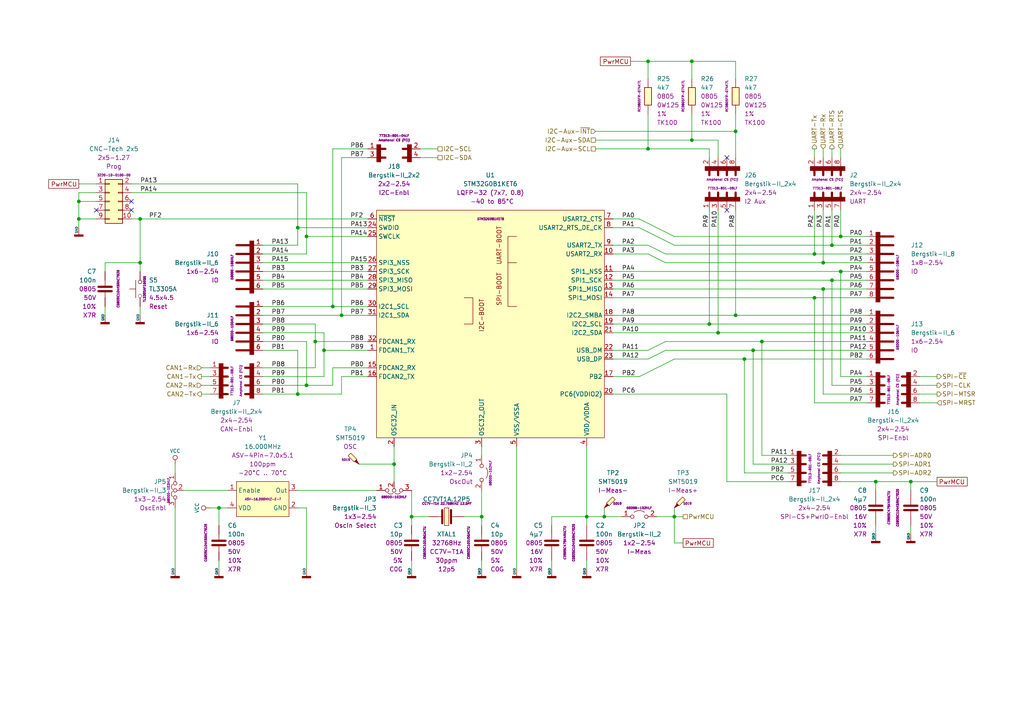
<source format=kicad_sch>
(kicad_sch (version 20211123) (generator eeschema)
  (paper "A4")
  (junction (at 215.9 104.14))
  (junction (at 241.3 71.12))
  (junction (at 22.86 63.5))
  (junction (at 88.9 68.58))
  (junction (at 208.28 96.52))
  (junction (at 218.44 101.6))
  (junction (at 238.76 76.2))
  (junction (at 236.22 73.66))
  (junction (at 40.64 76.2))
  (junction (at 22.86 58.42))
  (junction (at 139.7 149.86))
  (junction (at 175.26 149.86))
  (junction (at 40.64 63.5))
  (junction (at 187.96 43.18))
  (junction (at 200.66 40.64))
  (junction (at 86.36 114.3))
  (junction (at 243.84 78.74))
  (junction (at 96.52 88.9))
  (junction (at 63.5 147.32))
  (junction (at 86.36 66.04))
  (junction (at 213.36 91.44))
  (junction (at 241.3 81.28))
  (junction (at 200.66 17.78))
  (junction (at 99.06 91.44))
  (junction (at 91.44 99.06))
  (junction (at 264.16 139.7))
  (junction (at 88.9 111.76))
  (junction (at 195.58 149.86))
  (junction (at 213.36 38.1))
  (junction (at 254 139.7))
  (junction (at 220.98 99.06))
  (junction (at 93.98 101.6))
  (junction (at 243.84 68.58))
  (junction (at 114.3 134.62))
  (junction (at 205.74 93.98))
  (junction (at 119.38 149.86))
  (junction (at 236.22 86.36))
  (junction (at 238.76 83.82))
  (junction (at 187.96 17.78))
  (junction (at 170.18 149.86))
  (no_connect (at 210.82 45.72))
  (no_connect (at 210.82 60.96))
  (no_connect (at 38.1 60.96))
  (no_connect (at 38.1 58.42))
  (no_connect (at 27.94 60.96))
  (wire (pts (xy 236.22 116.84) (xy 236.22 86.36)))
  (wire (pts (xy 40.64 63.5) (xy 106.68 63.5)))
  (wire (pts (xy 271.78 114.3) (xy 266.7 114.3)))
  (wire (pts (xy 177.8 66.04) (xy 185.42 66.04)))
  (wire (pts (xy 50.8 165.1) (xy 50.8 147.32)))
  (wire (pts (xy 88.9 68.58) (xy 106.68 68.58)))
  (wire (pts (xy 241.3 111.76) (xy 241.3 81.28)))
  (wire (pts (xy 177.8 71.12) (xy 187.96 71.12)))
  (wire (pts (xy 205.74 60.96) (xy 205.74 93.98)))
  (wire (pts (xy 76.2 99.06) (xy 88.9 99.06)))
  (wire (pts (xy 76.2 111.76) (xy 88.9 111.76)))
  (wire (pts (xy 238.76 43.18) (xy 238.76 45.72)))
  (wire (pts (xy 88.9 147.32) (xy 86.36 147.32)))
  (wire (pts (xy 193.04 99.06) (xy 220.98 99.06)))
  (wire (pts (xy 134.62 149.86) (xy 139.7 149.86)))
  (wire (pts (xy 53.34 142.24) (xy 66.04 142.24)))
  (wire (pts (xy 99.06 114.3) (xy 99.06 109.22)))
  (wire (pts (xy 63.5 147.32) (xy 66.04 147.32)))
  (wire (pts (xy 243.84 109.22) (xy 243.84 78.74)))
  (wire (pts (xy 228.6 132.08) (xy 220.98 132.08)))
  (wire (pts (xy 170.18 152.4) (xy 170.18 149.86)))
  (wire (pts (xy 93.98 109.22) (xy 93.98 101.6)))
  (wire (pts (xy 40.64 63.5) (xy 40.64 76.2)))
  (wire (pts (xy 243.84 60.96) (xy 243.84 68.58)))
  (wire (pts (xy 99.06 109.22) (xy 106.68 109.22)))
  (wire (pts (xy 119.38 165.1) (xy 119.38 162.56)))
  (wire (pts (xy 195.58 71.12) (xy 241.3 71.12)))
  (wire (pts (xy 60.96 106.68) (xy 58.42 106.68)))
  (wire (pts (xy 170.18 165.1) (xy 170.18 162.56)))
  (wire (pts (xy 91.44 93.98) (xy 91.44 99.06)))
  (wire (pts (xy 106.68 45.72) (xy 99.06 45.72)))
  (wire (pts (xy 210.82 114.3) (xy 210.82 139.7)))
  (wire (pts (xy 241.3 60.96) (xy 241.3 71.12)))
  (wire (pts (xy 40.64 63.5) (xy 38.1 63.5)))
  (wire (pts (xy 218.44 134.62) (xy 218.44 101.6)))
  (wire (pts (xy 195.58 104.14) (xy 215.9 104.14)))
  (wire (pts (xy 63.5 165.1) (xy 63.5 162.56)))
  (wire (pts (xy 271.78 109.22) (xy 266.7 109.22)))
  (wire (pts (xy 38.1 53.34) (xy 86.36 53.34)))
  (wire (pts (xy 264.16 142.24) (xy 264.16 139.7)))
  (wire (pts (xy 86.36 66.04) (xy 106.68 66.04)))
  (wire (pts (xy 200.66 40.64) (xy 208.28 40.64)))
  (wire (pts (xy 177.8 91.44) (xy 213.36 91.44)))
  (wire (pts (xy 185.42 109.22) (xy 195.58 104.14)))
  (wire (pts (xy 139.7 165.1) (xy 139.7 162.56)))
  (wire (pts (xy 177.8 104.14) (xy 187.96 104.14)))
  (wire (pts (xy 243.84 78.74) (xy 251.46 78.74)))
  (wire (pts (xy 213.36 91.44) (xy 251.46 91.44)))
  (wire (pts (xy 177.8 73.66) (xy 187.96 73.66)))
  (wire (pts (xy 271.78 111.76) (xy 266.7 111.76)))
  (wire (pts (xy 241.3 43.18) (xy 241.3 45.72)))
  (wire (pts (xy 177.8 63.5) (xy 185.42 63.5)))
  (wire (pts (xy 251.46 114.3) (xy 238.76 114.3)))
  (wire (pts (xy 177.8 78.74) (xy 243.84 78.74)))
  (wire (pts (xy 213.36 45.72) (xy 213.36 38.1)))
  (wire (pts (xy 172.72 40.64) (xy 200.66 40.64)))
  (wire (pts (xy 106.68 91.44) (xy 99.06 91.44)))
  (wire (pts (xy 177.8 96.52) (xy 208.28 96.52)))
  (wire (pts (xy 213.36 60.96) (xy 213.36 91.44)))
  (wire (pts (xy 30.48 91.44) (xy 30.48 88.9)))
  (wire (pts (xy 187.96 22.86) (xy 187.96 17.78)))
  (wire (pts (xy 124.46 149.86) (xy 119.38 149.86)))
  (wire (pts (xy 241.3 71.12) (xy 251.46 71.12)))
  (wire (pts (xy 195.58 68.58) (xy 243.84 68.58)))
  (wire (pts (xy 243.84 139.7) (xy 254 139.7)))
  (wire (pts (xy 104.14 134.62) (xy 114.3 134.62)))
  (wire (pts (xy 177.8 83.82) (xy 238.76 83.82)))
  (wire (pts (xy 236.22 60.96) (xy 236.22 73.66)))
  (wire (pts (xy 106.68 88.9) (xy 96.52 88.9)))
  (wire (pts (xy 210.82 139.7) (xy 228.6 139.7)))
  (wire (pts (xy 175.26 149.86) (xy 180.34 149.86)))
  (wire (pts (xy 193.04 76.2) (xy 238.76 76.2)))
  (wire (pts (xy 76.2 93.98) (xy 91.44 93.98)))
  (wire (pts (xy 177.8 86.36) (xy 236.22 86.36)))
  (wire (pts (xy 172.72 43.18) (xy 187.96 43.18)))
  (wire (pts (xy 86.36 71.12) (xy 86.36 66.04)))
  (wire (pts (xy 170.18 129.54) (xy 170.18 149.86)))
  (wire (pts (xy 187.96 17.78) (xy 182.88 17.78)))
  (wire (pts (xy 238.76 76.2) (xy 251.46 76.2)))
  (wire (pts (xy 200.66 22.86) (xy 200.66 17.78)))
  (wire (pts (xy 193.04 101.6) (xy 218.44 101.6)))
  (wire (pts (xy 88.9 73.66) (xy 88.9 68.58)))
  (wire (pts (xy 96.52 43.18) (xy 96.52 88.9)))
  (wire (pts (xy 30.48 78.74) (xy 30.48 76.2)))
  (wire (pts (xy 86.36 142.24) (xy 109.22 142.24)))
  (wire (pts (xy 193.04 73.66) (xy 236.22 73.66)))
  (wire (pts (xy 106.68 43.18) (xy 96.52 43.18)))
  (wire (pts (xy 177.8 93.98) (xy 205.74 93.98)))
  (wire (pts (xy 254 154.94) (xy 254 152.4)))
  (wire (pts (xy 86.36 114.3) (xy 99.06 114.3)))
  (wire (pts (xy 139.7 142.24) (xy 139.7 149.86)))
  (wire (pts (xy 241.3 81.28) (xy 251.46 81.28)))
  (wire (pts (xy 187.96 73.66) (xy 193.04 76.2)))
  (wire (pts (xy 91.44 106.68) (xy 91.44 99.06)))
  (wire (pts (xy 172.72 38.1) (xy 213.36 38.1)))
  (wire (pts (xy 88.9 99.06) (xy 88.9 111.76)))
  (wire (pts (xy 106.68 81.28) (xy 76.2 81.28)))
  (wire (pts (xy 27.94 58.42) (xy 22.86 58.42)))
  (wire (pts (xy 119.38 152.4) (xy 119.38 149.86)))
  (wire (pts (xy 160.02 152.4) (xy 160.02 149.86)))
  (wire (pts (xy 27.94 63.5) (xy 22.86 63.5)))
  (wire (pts (xy 160.02 165.1) (xy 160.02 162.56)))
  (wire (pts (xy 208.28 45.72) (xy 208.28 40.64)))
  (wire (pts (xy 271.78 139.7) (xy 264.16 139.7)))
  (wire (pts (xy 271.78 116.84) (xy 266.7 116.84)))
  (wire (pts (xy 91.44 99.06) (xy 106.68 99.06)))
  (wire (pts (xy 127 43.18) (xy 121.92 43.18)))
  (wire (pts (xy 259.08 134.62) (xy 243.84 134.62)))
  (wire (pts (xy 22.86 66.04) (xy 22.86 63.5)))
  (wire (pts (xy 50.8 137.16) (xy 50.8 134.62)))
  (wire (pts (xy 177.8 114.3) (xy 210.82 114.3)))
  (wire (pts (xy 63.5 152.4) (xy 63.5 147.32)))
  (wire (pts (xy 76.2 101.6) (xy 86.36 101.6)))
  (wire (pts (xy 195.58 157.48) (xy 195.58 149.86)))
  (wire (pts (xy 259.08 132.08) (xy 243.84 132.08)))
  (wire (pts (xy 236.22 86.36) (xy 251.46 86.36)))
  (wire (pts (xy 228.6 137.16) (xy 215.9 137.16)))
  (wire (pts (xy 215.9 137.16) (xy 215.9 104.14)))
  (wire (pts (xy 40.64 91.44) (xy 40.64 88.9)))
  (wire (pts (xy 213.36 22.86) (xy 213.36 17.78)))
  (wire (pts (xy 76.2 96.52) (xy 93.98 96.52)))
  (wire (pts (xy 185.42 63.5) (xy 195.58 68.58)))
  (wire (pts (xy 93.98 101.6) (xy 106.68 101.6)))
  (wire (pts (xy 220.98 132.08) (xy 220.98 99.06)))
  (wire (pts (xy 99.06 91.44) (xy 76.2 91.44)))
  (wire (pts (xy 88.9 55.88) (xy 88.9 68.58)))
  (wire (pts (xy 187.96 104.14) (xy 193.04 101.6)))
  (wire (pts (xy 238.76 60.96) (xy 238.76 76.2)))
  (wire (pts (xy 114.3 139.7) (xy 114.3 134.62)))
  (wire (pts (xy 198.12 157.48) (xy 195.58 157.48)))
  (wire (pts (xy 236.22 43.18) (xy 236.22 45.72)))
  (wire (pts (xy 264.16 139.7) (xy 254 139.7)))
  (wire (pts (xy 60.96 147.32) (xy 63.5 147.32)))
  (wire (pts (xy 93.98 96.52) (xy 93.98 101.6)))
  (wire (pts (xy 175.26 147.32) (xy 175.26 149.86)))
  (wire (pts (xy 251.46 109.22) (xy 243.84 109.22)))
  (wire (pts (xy 96.52 88.9) (xy 76.2 88.9)))
  (wire (pts (xy 208.28 60.96) (xy 208.28 96.52)))
  (wire (pts (xy 60.96 109.22) (xy 58.42 109.22)))
  (wire (pts (xy 114.3 134.62) (xy 114.3 129.54)))
  (wire (pts (xy 60.96 111.76) (xy 58.42 111.76)))
  (wire (pts (xy 195.58 149.86) (xy 198.12 149.86)))
  (wire (pts (xy 38.1 55.88) (xy 88.9 55.88)))
  (wire (pts (xy 264.16 154.94) (xy 264.16 152.4)))
  (wire (pts (xy 76.2 73.66) (xy 88.9 73.66)))
  (wire (pts (xy 254 142.24) (xy 254 139.7)))
  (wire (pts (xy 88.9 165.1) (xy 88.9 147.32)))
  (wire (pts (xy 99.06 45.72) (xy 99.06 91.44)))
  (wire (pts (xy 238.76 114.3) (xy 238.76 83.82)))
  (wire (pts (xy 187.96 33.02) (xy 187.96 43.18)))
  (wire (pts (xy 149.86 165.1) (xy 149.86 129.54)))
  (wire (pts (xy 220.98 99.06) (xy 251.46 99.06)))
  (wire (pts (xy 76.2 114.3) (xy 86.36 114.3)))
  (wire (pts (xy 205.74 93.98) (xy 251.46 93.98)))
  (wire (pts (xy 88.9 111.76) (xy 96.52 111.76)))
  (wire (pts (xy 40.64 78.74) (xy 40.64 76.2)))
  (wire (pts (xy 119.38 149.86) (xy 119.38 142.24)))
  (wire (pts (xy 213.36 17.78) (xy 200.66 17.78)))
  (wire (pts (xy 22.86 63.5) (xy 22.86 58.42)))
  (wire (pts (xy 76.2 106.68) (xy 91.44 106.68)))
  (wire (pts (xy 195.58 147.32) (xy 195.58 149.86)))
  (wire (pts (xy 177.8 81.28) (xy 241.3 81.28)))
  (wire (pts (xy 22.86 58.42) (xy 22.86 55.88)))
  (wire (pts (xy 243.84 68.58) (xy 251.46 68.58)))
  (wire (pts (xy 177.8 109.22) (xy 185.42 109.22)))
  (wire (pts (xy 106.68 83.82) (xy 76.2 83.82)))
  (wire (pts (xy 127 45.72) (xy 121.92 45.72)))
  (wire (pts (xy 86.36 101.6) (xy 86.36 114.3)))
  (wire (pts (xy 190.5 149.86) (xy 195.58 149.86)))
  (wire (pts (xy 86.36 53.34) (xy 86.36 66.04)))
  (wire (pts (xy 22.86 55.88) (xy 27.94 55.88)))
  (wire (pts (xy 170.18 149.86) (xy 175.26 149.86)))
  (wire (pts (xy 208.28 96.52) (xy 251.46 96.52)))
  (wire (pts (xy 185.42 66.04) (xy 195.58 71.12)))
  (wire (pts (xy 187.96 101.6) (xy 193.04 99.06)))
  (wire (pts (xy 200.66 17.78) (xy 187.96 17.78)))
  (wire (pts (xy 22.86 53.34) (xy 27.94 53.34)))
  (wire (pts (xy 218.44 101.6) (xy 251.46 101.6)))
  (wire (pts (xy 160.02 149.86) (xy 170.18 149.86)))
  (wire (pts (xy 106.68 76.2) (xy 76.2 76.2)))
  (wire (pts (xy 76.2 109.22) (xy 93.98 109.22)))
  (wire (pts (xy 200.66 33.02) (xy 200.66 40.64)))
  (wire (pts (xy 205.74 45.72) (xy 205.74 43.18)))
  (wire (pts (xy 213.36 38.1) (xy 213.36 33.02)))
  (wire (pts (xy 228.6 134.62) (xy 218.44 134.62)))
  (wire (pts (xy 236.22 73.66) (xy 251.46 73.66)))
  (wire (pts (xy 139.7 132.08) (xy 139.7 129.54)))
  (wire (pts (xy 96.52 111.76) (xy 96.52 106.68)))
  (wire (pts (xy 106.68 78.74) (xy 76.2 78.74)))
  (wire (pts (xy 177.8 101.6) (xy 187.96 101.6)))
  (wire (pts (xy 238.76 83.82) (xy 251.46 83.82)))
  (wire (pts (xy 251.46 111.76) (xy 241.3 111.76)))
  (wire (pts (xy 139.7 152.4) (xy 139.7 149.86)))
  (wire (pts (xy 30.48 76.2) (xy 40.64 76.2)))
  (wire (pts (xy 76.2 71.12) (xy 86.36 71.12)))
  (wire (pts (xy 215.9 104.14) (xy 251.46 104.14)))
  (wire (pts (xy 187.96 71.12) (xy 193.04 73.66)))
  (wire (pts (xy 187.96 43.18) (xy 205.74 43.18)))
  (wire (pts (xy 259.08 137.16) (xy 243.84 137.16)))
  (wire (pts (xy 60.96 114.3) (xy 58.42 114.3)))
  (wire (pts (xy 243.84 43.18) (xy 243.84 45.72)))
  (wire (pts (xy 96.52 106.68) (xy 106.68 106.68)))
  (wire (pts (xy 251.46 116.84) (xy 236.22 116.84)))
  (label "PB2" (at 180.34 109.22 0))
  (label "PA14" (at 78.74 73.66 0))
  (label "PB1" (at 78.74 101.6 0))
  (label "PA9" (at 180.34 93.98 0))
  (label "PB8" (at 78.74 93.98 0))
  (label "PA7" (at 246.38 116.84 0))
  (label "PA5" (at 246.38 81.28 0))
  (label "PB4" (at 101.6 81.28 0))
  (label "PA5" (at 180.34 81.28 0))
  (label "PA1" (at 241.3 66.04 90))
  (label "PB0" (at 78.74 111.76 0))
  (label "PA14" (at 40.64 55.88 0))
  (label "PA6" (at 180.34 83.82 0))
  (label "PA4" (at 246.38 109.22 0))
  (label "PA7" (at 180.34 86.36 0))
  (label "PB1" (at 101.6 109.22 0))
  (label "PB9" (at 101.6 101.6 0))
  (label "PA2" (at 180.34 71.12 0))
  (label "PB4" (at 78.74 81.28 0))
  (label "PB0" (at 78.74 99.06 0))
  (label "PA0" (at 180.34 63.5 0))
  (label "PA15" (at 101.6 76.2 0))
  (label "PA2" (at 236.22 66.04 90))
  (label "PB8" (at 78.74 106.68 0))
  (label "PB2" (at 223.52 137.16 0))
  (label "PB7" (at 78.74 91.44 0))
  (label "PB6" (at 78.74 88.9 0))
  (label "PB9" (at 78.74 96.52 0))
  (label "PB7" (at 101.6 45.72 0))
  (label "PA4" (at 180.34 78.74 0))
  (label "PA8" (at 246.38 91.44 0))
  (label "PA13" (at 101.6 66.04 0))
  (label "PA13" (at 40.64 53.34 0))
  (label "PB2" (at 246.38 104.14 0))
  (label "PF2" (at 101.6 63.5 0))
  (label "PA13" (at 78.74 71.12 0))
  (label "PB0" (at 101.6 106.68 0))
  (label "PC6" (at 223.52 139.7 0))
  (label "PA5" (at 246.38 111.76 0))
  (label "PB3" (at 78.74 78.74 0))
  (label "PA12" (at 223.52 134.62 0))
  (label "PB6" (at 101.6 88.9 0))
  (label "PF2" (at 43.18 63.5 0))
  (label "PA6" (at 246.38 83.82 0))
  (label "PA1" (at 246.38 71.12 0))
  (label "PB9" (at 78.74 109.22 0))
  (label "PA9" (at 246.38 93.98 0))
  (label "PA9" (at 205.74 66.04 90))
  (label "PA11" (at 180.34 101.6 0))
  (label "PB5" (at 78.74 83.82 0))
  (label "PA8" (at 213.36 66.04 90))
  (label "PA12" (at 246.38 101.6 0))
  (label "PB5" (at 101.6 83.82 0))
  (label "PA3" (at 238.76 66.04 90))
  (label "PB1" (at 78.74 114.3 0))
  (label "PA0" (at 243.84 66.04 90))
  (label "PA10" (at 246.38 96.52 0))
  (label "PA11" (at 223.52 132.08 0))
  (label "PA6" (at 246.38 114.3 0))
  (label "PA15" (at 78.74 76.2 0))
  (label "PA7" (at 246.38 86.36 0))
  (label "PA14" (at 101.6 68.58 0))
  (label "PA3" (at 180.34 73.66 0))
  (label "PA2" (at 246.38 73.66 0))
  (label "PA10" (at 180.34 96.52 0))
  (label "PA8" (at 180.34 91.44 0))
  (label "PA12" (at 180.34 104.14 0))
  (label "PB7" (at 101.6 91.44 0))
  (label "PA3" (at 246.38 76.2 0))
  (label "PC6" (at 180.34 114.3 0))
  (label "PA4" (at 246.38 78.74 0))
  (label "PB3" (at 101.6 78.74 0))
  (label "PA10" (at 208.28 66.04 90))
  (label "PA0" (at 246.38 68.58 0))
  (label "PB8" (at 101.6 99.06 0))
  (label "PB6" (at 101.6 43.18 0))
  (label "PA11" (at 246.38 99.06 0))
  (label "PA1" (at 180.34 66.04 0))
  (global_label "PwrMCU" (shape passive) (at 182.88 17.78 180) (property "Referenzen zwischen Schaltplänen" "${INTERSHEET_REFS}" (effects hide)))
  (global_label "PwrMCU" (shape passive) (at 198.12 157.48 0) (property "Referenzen zwischen Schaltplänen" "${INTERSHEET_REFS}" (effects hide)))
  (global_label "PwrMCU" (shape passive) (at 271.78 139.7 0) (property "Referenzen zwischen Schaltplänen" "${INTERSHEET_REFS}" (effects hide)))
  (global_label "PwrMCU" (shape passive) (at 22.86 53.34 180) (property "Referenzen zwischen Schaltplänen" "${INTERSHEET_REFS}" (effects hide)))
  (hierarchical_label "UART-RTS" (shape output) (at 241.3 43.18 90))
  (hierarchical_label "SPI-ADR1" (shape output) (at 259.08 134.62 0))
  (hierarchical_label "PwrMCU" (shape passive) (at 198.12 149.86 0))
  (hierarchical_label "CAN2-Rx" (shape input) (at 58.42 111.76 180))
  (hierarchical_label "UART-Tx" (shape output) (at 236.22 43.18 90))
  (hierarchical_label "I2C-Aux-SDA" (shape passive) (at 172.72 40.64 180))
  (hierarchical_label "SPI-ADR2" (shape output) (at 259.08 137.16 0))
  (hierarchical_label "CAN2-Tx" (shape output) (at 58.42 114.3 180))
  (hierarchical_label "CAN1-Tx" (shape output) (at 58.42 109.22 180))
  (hierarchical_label "SPI-CLK" (shape output) (at 271.78 111.76 0))
  (hierarchical_label "SPI-MRST" (shape input) (at 271.78 116.84 0))
  (hierarchical_label "I2C-Aux-SCL" (shape passive) (at 172.72 43.18 180))
  (hierarchical_label "I2C-SCL" (shape passive) (at 127 43.18 0))
  (hierarchical_label "SPI-ADR0" (shape output) (at 259.08 132.08 0))
  (hierarchical_label "I2C-SDA" (shape passive) (at 127 45.72 0))
  (hierarchical_label "SPI-~{CE}" (shape output) (at 271.78 109.22 0))
  (hierarchical_label "UART-CTS" (shape input) (at 243.84 43.18 90))
  (hierarchical_label "I2C-Aux-~{INT}" (shape input) (at 172.72 38.1 180))
  (hierarchical_label "SPI-MTSR" (shape output) (at 271.78 114.3 0))
  (hierarchical_label "CAN1-Rx" (shape input) (at 58.42 106.68 180))
  (hierarchical_label "UART-Rx" (shape input) (at 238.76 43.18 90))
  (symbol (lib_id "C.Kemet.MLCC.0805.X7R:4µ7") (at 254 147.32 0) (mirror y) (unit 1)
    (property "Reference" "C8" (at 251.46 142.24 0) (effects (justify left)))
    (property "Value" "4µ7" (at 251.46 144.78 0) (effects (justify left)))
    (property "Footprint" "Capacitor_SMD:C_0805_2012Metric" (effects hide))
    (property "Datasheet" "C.Kemet.MLCC.0805.X7R.pdf" (effects hide))
    (property "Package" "0805" (at 251.46 147.32 0) (effects (justify left)))
    (property "Voltage" "16V" (at 251.46 149.86 0) (effects (justify left)))
    (property "Tolerance" "10%" (at 251.46 152.4 0) (effects (justify left)))
    (property "Dielectric" "X7R" (at 251.46 154.94 0) (effects (justify left)))
    (property "ID" "C0805C475K4RACTU" (at 257.81 147.32 90) (effects (font (size 0.635 0.635) italic)))
  )
  (symbol (lib_id "J.PinHeader:Bergstik-II_8") (at 256.54 76.2 0) (unit 1)
    (property "Reference" "J12" (at 264.16 71.12 0) (effects (justify left)))
    (property "Value" "Bergstik-II_8" (at 264.16 73.66 0) (effects (justify left)))
    (property "Footprint" "Connector_PinHeader_2.54mm:PinHeader_1x08_P2.54mm_Vertical" (effects hide))
    (property "Datasheet" "https://cdn.amphenol-icc.com/media/wysiwyg/files/drawing/68000.pdf?__cf_chl_jschl_tk__=76888e0c4b77714a02451006507dff9616ae91fb-1617547246-0-AZgVHTklj1ovfQpKhSBW6aDl9n2_k47NL_7qnK822WL_wqcHGiWCz91CjZOBqf-b3KvTnj9T7PTULe671le7ZTsqdgx7joq6xXN0VXyetEWU_l7NTTvYZnkPGZnRbloGt4cb3l9TbgGx3uAWsov7s8HvXsV-NW_vPMzyf5RNNbzLpFIBy5P_bJWbn1nuAEhr2Rn0hGTb7uuVN3cRGj2VTeFFN-E0xrJ0Cgh-mvjgJjE2xhk9ApTF-exJnps89Z7rHsttmJ7paraRq2urp27fnu470sx0-VqNcQ2agCBEDUNu0hfDy90Aqg7xMY0doOETxH3KKXAFdvKJSZPRsE1NoUCh2xHWgpQ4poCuzIlOJ3l_M22T5soIXV5jSIQkt8N2CyBO04nX51xihbt4ukVzxnqZfVTIU0hWxh-pFPLIMOkGEVPtsHV6Udfba4nluptWocprS_okNqVoHYK3qiZ7PnEsGFaZpBEyZEX0DJfh-oYv" (effects hide))
    (property "Package" "1x8-2.54" (at 264.16 76.2 0) (effects (justify left)))
    (property "Usage" "IO" (at 264.16 78.74 0) (effects (justify left)))
    (property "ID" "68000-108HLF" (at 260.35 77.47 90) (effects (font (size 0.635 0.635))))
  )
  (symbol (lib_id "Supply:GND") (at 254 154.94 0) (unit 1)
    (property "Reference" "#PWR022" (effects hide))
    (property "Value" "GND" (at 253.365 155.575 90) (effects (font (size 0.635 0.635))))
  )
  (symbol (lib_id "Supply:GND") (at 30.48 91.44 0) (unit 1)
    (property "Reference" "#PWR043" (effects hide))
    (property "Value" "GND" (at 29.845 92.075 90) (effects (font (size 0.635 0.635))))
  )
  (symbol (lib_id "J.PinHeader:Bergstik-II_2x4") (at 241.3 53.34 90) (unit 1)
    (property "Reference" "J2" (at 246.38 50.8 90) (effects (justify right)))
    (property "Value" "Bergstik-II_2x4" (at 246.38 53.34 90) (effects (justify right)))
    (property "Footprint" "Connector_PinHeader_2.54mm:PinHeader_2x04_P2.54mm_Vertical" (effects hide))
    (property "Datasheet" "https://cdn.amphenol-icc.com/media/wysiwyg/files/drawing/77313.pdf" (effects hide))
    (property "Package" "2x4-2.54" (at 246.38 55.88 90) (effects (justify right)))
    (property "Usage" "UART" (at 246.38 58.42 90) (effects (justify right)))
    (property "ID" "77313-801-08LF" (at 240.03 54.61 90) (effects (font (size 0.635 0.635))))
    (property "Manufacturer" "Amphenol CS (FCI)" (at 240.03 52.07 90) (effects (font (size 0.635 0.635) italic)))
  )
  (symbol (lib_id "J.BoxHeader.1-27:CNC-Tech 2x5") (at 33.02 58.42 0) (unit 1)
    (property "Reference" "J14" (at 33.02 40.64 0))
    (property "Value" "CNC-Tech 2x5" (at 33.02 43.18 0))
    (property "Footprint" "BTech.Connector.CNC-Tech:BoxHeader_2x05_P1.27mm_Vertical_3220-10-0100-00" (effects hide))
    (property "Datasheet" "http://www.cnctech.us/pdfs/3220-XX-0100-00_.pdf" (effects hide))
    (property "Package" "2x5-1.27" (at 33.02 45.72 0))
    (property "Usage" "Prog" (at 33.02 48.26 0))
    (property "ID" "3220-10-0100-00" (at 33.02 50.8 0) (effects (font (size 0.635 0.635))))
  )
  (symbol (lib_id "Supply:GND") (at 22.86 66.04 0) (unit 1)
    (property "Reference" "#PWR042" (effects hide))
    (property "Value" "GND" (at 22.225 66.675 90) (effects (font (size 0.635 0.635))))
  )
  (symbol (lib_id "Supply:VCC") (at 60.96 147.32 90) (unit 1)
    (property "Reference" "#PWR036" (effects hide))
    (property "Value" "VCC" (at 57.15 147.32 0) (effects (font (size 1.016 1.016))))
  )
  (symbol (lib_id "U.MCU:STM32G0B1KET6") (at 142.24 96.52 0) (unit 1)
    (property "Reference" "U1" (at 142.24 50.8 0))
    (property "Value" "STM32G0B1KET6" (at 142.24 53.34 0))
    (property "Footprint" "Package_QFP:LQFP-32_7x7mm_P0.8mm" (effects hide))
    (property "Datasheet" "https://www.st.com/en/microcontrollers-microprocessors/stm32g0b1ke.html#documentation" (effects hide))
    (property "Package" "LQFP-32 (7x7, 0.8)" (at 142.24 55.88 0))
    (property "ID" "STM32G0B1KET6" (at 142.24 63.5 0) (effects (font (size 0.635 0.635) italic)))
    (property "Temperature" " -40 to 85°C" (at 142.24 58.42 0))
  )
  (symbol (lib_id "R.Yageo.RC0805:4k7") (at 200.66 27.94 0) (unit 1)
    (property "Reference" "R26" (at 203.2 22.86 0) (effects (justify left)))
    (property "Value" "4k7" (at 203.2 25.4 0) (effects (justify left)))
    (property "Footprint" "Resistor_SMD:R_0805_2012Metric" (effects hide))
    (property "Datasheet" "R.Yaego.RC0805.pdf" (effects hide))
    (property "Package" "0805" (at 203.2 27.94 0) (effects (justify left)))
    (property "Power" "0W125" (at 203.2 30.48 0) (effects (justify left)))
    (property "Tolerance" "1%" (at 203.2 33.02 0) (effects (justify left)))
    (property "TK" "TK100" (at 203.2 35.56 0) (effects (justify left)))
    (property "ID" "RC0805FR-074K7L" (at 198.12 27.94 90) (effects (font (size 0.635 0.635) italic)))
  )
  (symbol (lib_id "R.Yageo.RC0805:4k7") (at 213.36 27.94 0) (unit 1)
    (property "Reference" "R27" (at 215.9 22.86 0) (effects (justify left)))
    (property "Value" "4k7" (at 215.9 25.4 0) (effects (justify left)))
    (property "Footprint" "Resistor_SMD:R_0805_2012Metric" (effects hide))
    (property "Datasheet" "R.Yaego.RC0805.pdf" (effects hide))
    (property "Package" "0805" (at 215.9 27.94 0) (effects (justify left)))
    (property "Power" "0W125" (at 215.9 30.48 0) (effects (justify left)))
    (property "Tolerance" "1%" (at 215.9 33.02 0) (effects (justify left)))
    (property "TK" "TK100" (at 215.9 35.56 0) (effects (justify left)))
    (property "ID" "RC0805FR-074K7L" (at 210.82 27.94 90) (effects (font (size 0.635 0.635) italic)))
  )
  (symbol (lib_id "Supply:GND") (at 63.5 165.1 0) (unit 1)
    (property "Reference" "#PWR037" (effects hide))
    (property "Value" "GND" (at 62.865 165.735 90) (effects (font (size 0.635 0.635))))
  )
  (symbol (lib_id "J.PinHeader:Bergstik-II_2x4") (at 210.82 53.34 90) (unit 1)
    (property "Reference" "J26" (at 215.9 50.8 90) (effects (justify right)))
    (property "Value" "Bergstik-II_2x4" (at 215.9 53.34 90) (effects (justify right)))
    (property "Footprint" "Connector_PinHeader_2.54mm:PinHeader_2x04_P2.54mm_Vertical" (effects hide))
    (property "Datasheet" "https://cdn.amphenol-icc.com/media/wysiwyg/files/drawing/77313.pdf" (effects hide))
    (property "Package" "2x4-2.54" (at 215.9 55.88 90) (effects (justify right)))
    (property "Usage" "I2 Aux" (at 215.9 58.42 90) (effects (justify right)))
    (property "ID" "77313-801-08LF" (at 209.55 54.61 90) (effects (font (size 0.635 0.635))))
    (property "Manufacturer" "Amphenol CS (FCI)" (at 209.55 52.07 90) (effects (font (size 0.635 0.635) italic)))
  )
  (symbol (lib_id "J.PinHeader:Bergstik-II_6") (at 71.12 76.2 0) (mirror y) (unit 1)
    (property "Reference" "J10" (at 63.5 73.66 0) (effects (justify left)))
    (property "Value" "Bergstik-II_6" (at 63.5 76.2 0) (effects (justify left)))
    (property "Footprint" "Connector_PinHeader_2.54mm:PinHeader_1x06_P2.54mm_Vertical" (effects hide))
    (property "Datasheet" "https://cdn.amphenol-icc.com/media/wysiwyg/files/drawing/68000.pdf?__cf_chl_jschl_tk__=264da0a199af1bdefb04026963ad3c85a073036f-1615910483-0-AaX8LtgG8apEDzGIqgzQ0aoAKWkj50oj4JyeD-4a-BjpVTotUkz0b9CwK48SctxW9RfQ29uHK-g8U4Q7W950UfkLI47M2h-zbxXP0QVGLOROToQCZGWcFC-c_QilEUacZTRKDvvL4FAsQqyycsf3m4Eg-isf3_QP12ONd_wWQcMNK-LuQ3eyU0ZB_uGz-1tHBPJYyv3B6ZQ-xQw3v8oWI_eE_zzEWbIWrLFoFf6eZXoAoT5Y4wJiyDXoV-vBmq5F4mSG8H7EqnWkU4EpxDA2-swokem-Q60MTknd4E9RK0nSmJU_PhEDac0Sb3Im75HD1QHXcTu1yMJzQCNpgpofH-wmgz79VfPk4ttpW38ZPDdPIxv_B7gR4gWWdhvgQyW6byYqLE8E5a8tpA31lZkCN19ufDO8SqP6UAFJscCeeydKEgOe2Ksu_LJQubib6v3-6A" (effects hide))
    (property "Package" "1x6-2.54" (at 63.5 78.74 0) (effects (justify left)))
    (property "Usage" "IO" (at 63.5 81.28 0) (effects (justify left)))
    (property "ID" "68000-106HLF" (at 67.31 77.47 90) (effects (font (size 0.635 0.635))))
  )
  (symbol (lib_id "S:TL3305A") (at 40.64 83.82 0) (unit 1)
    (property "Reference" "S5" (at 43.18 81.28 0) (effects (justify left)))
    (property "Value" "TL3305A" (at 43.18 83.82 0) (effects (justify left)))
    (property "Footprint" "Button_Switch_SMD:SW_SPST_TL3305A" (effects hide))
    (property "Datasheet" "https://sten-eswitch-13110800-production.s3.amazonaws.com/system/asset/product_line/data_sheet/213/TL3305.pdf" (effects hide))
    (property "Package" "4.5x4.5" (at 43.18 86.36 0) (effects (justify left)))
    (property "Usage" "Reset" (at 43.18 88.9 0) (effects (justify left)))
    (property "ID" "TL3305AF160QG" (at 41.91 83.82 90) (effects (font (size 0.635 0.635))))
  )
  (symbol (lib_id "JP:Bergstik-II_2") (at 139.7 137.16 270) (unit 1)
    (property "Reference" "JP4" (at 137.16 132.08 90) (effects (justify right)))
    (property "Value" "Bergstik-II_2" (at 137.16 134.62 90) (effects (justify right)))
    (property "Footprint" "Connector_PinHeader_2.54mm:PinHeader_1x02_P2.54mm_Vertical" (effects hide))
    (property "Datasheet" "JP.Bergstik-II-Header.68000.pdf" (effects hide))
    (property "Package" "1x2-2.54" (at 137.16 137.16 90) (effects (justify right)))
    (property "ID" "68000-102HLF" (at 142.24 137.16 0) (effects (font (size 0.635 0.635))))
    (property "Usage" "OscOut" (at 137.16 139.7 90) (effects (justify right)))
  )
  (symbol (lib_id "J.PinHeader:Bergstik-II_2x2") (at 114.3 48.26 0) (unit 1)
    (property "Reference" "J18" (at 114.3 48.26 0))
    (property "Value" "Bergstik-II_2x2" (at 114.3 50.8 0))
    (property "Footprint" "Connector_PinHeader_2.54mm:PinHeader_2x02_P2.54mm_Vertical" (effects hide))
    (property "Datasheet" "https://cdn.amphenol-icc.com/media/wysiwyg/files/drawing/77313.pdf" (effects hide))
    (property "Package" "2x2-2.54" (at 114.3 53.34 0))
    (property "Usage" "I2C-Enbl" (at 114.3 55.88 0))
    (property "ID" "77313-801-04LF" (at 114.3 39.37 0) (effects (font (size 0.635 0.635))))
    (property "Manufacturer" "Amphenol CS (FCI)" (at 114.3 40.64 0) (effects (font (size 0.635 0.635) italic)))
  )
  (symbol (lib_id "J.PinHeader:Bergstik-II_2x4") (at 259.08 114.3 0) (unit 1)
    (property "Reference" "J16" (at 259.08 119.38 0))
    (property "Value" "Bergstik-II_2x4" (at 259.08 121.92 0))
    (property "Footprint" "Connector_PinHeader_2.54mm:PinHeader_2x04_P2.54mm_Vertical" (effects hide))
    (property "Datasheet" "https://cdn.amphenol-icc.com/media/wysiwyg/files/drawing/77313.pdf" (effects hide))
    (property "Package" "2x4-2.54" (at 259.08 124.46 0))
    (property "Usage" "SPI-Enbl" (at 259.08 127 0))
    (property "ID" "77313-801-08LF" (at 257.81 113.03 90) (effects (font (size 0.635 0.635))))
    (property "Manufacturer" "Amphenol CS (FCI)" (at 260.35 113.03 90) (effects (font (size 0.635 0.635) italic)))
  )
  (symbol (lib_id "R.Yageo.RC0805:4k7") (at 187.96 27.94 0) (unit 1)
    (property "Reference" "R25" (at 190.5 22.86 0) (effects (justify left)))
    (property "Value" "4k7" (at 190.5 25.4 0) (effects (justify left)))
    (property "Footprint" "Resistor_SMD:R_0805_2012Metric" (effects hide))
    (property "Datasheet" "R.Yaego.RC0805.pdf" (effects hide))
    (property "Package" "0805" (at 190.5 27.94 0) (effects (justify left)))
    (property "Power" "0W125" (at 190.5 30.48 0) (effects (justify left)))
    (property "Tolerance" "1%" (at 190.5 33.02 0) (effects (justify left)))
    (property "TK" "TK100" (at 190.5 35.56 0) (effects (justify left)))
    (property "ID" "RC0805FR-074K7L" (at 185.42 27.94 90) (effects (font (size 0.635 0.635) italic)))
  )
  (symbol (lib_id "Supply:VCC") (at 50.8 134.62 0) (unit 1)
    (property "Reference" "#PWR039" (effects hide))
    (property "Value" "VCC" (at 50.8 130.81 0) (effects (font (size 1.016 1.016))))
  )
  (symbol (lib_id "Supply:GND") (at 160.02 165.1 0) (unit 1)
    (property "Reference" "#PWR035" (effects hide))
    (property "Value" "GND" (at 159.385 165.735 90) (effects (font (size 0.635 0.635))))
  )
  (symbol (lib_id "JP:Bergstik-II_3") (at 50.8 142.24 0) (unit 1)
    (property "Reference" "JP5" (at 48.26 139.7 0) (effects (justify right)))
    (property "Value" "Bergstik-II_3" (at 48.26 142.24 0) (effects (justify right)))
    (property "Footprint" "Connector_PinHeader_2.54mm:PinHeader_1x03_P2.54mm_Vertical" (effects hide))
    (property "Datasheet" "JP.Bergstik-II-Header.68000.pdf" (effects hide))
    (property "Package" "1x3-2.54" (at 48.26 144.78 0) (effects (justify right)))
    (property "Usage" "OscEnbl" (at 48.26 147.32 0) (effects (justify right)))
    (property "ID" "68000-103HLF" (at 48.895 142.24 90) (effects (font (size 0.635 0.635))))
  )
  (symbol (lib_id "C.Kemet.MLCC.0805.X7R:100n") (at 264.16 147.32 0) (unit 1)
    (property "Reference" "C9" (at 266.7 142.24 0) (effects (justify left)))
    (property "Value" "100n" (at 266.7 144.78 0) (effects (justify left)))
    (property "Footprint" "Capacitor_SMD:C_0805_2012Metric" (effects hide))
    (property "Datasheet" "C.Kemet.MLCC.0805.X7R.pdf" (effects hide))
    (property "Package" "0805" (at 266.7 147.32 0) (effects (justify left)))
    (property "Voltage" "50V" (at 266.7 149.86 0) (effects (justify left)))
    (property "Tolerance" "10%" (at 266.7 152.4 0) (effects (justify left)))
    (property "Dielectric" "X7R" (at 266.7 154.94 0) (effects (justify left)))
    (property "ID" "C0805C104K5RAC7025" (at 260.35 147.32 90) (effects (font (size 0.635 0.635) italic)))
  )
  (symbol (lib_id "Supply:GND") (at 139.7 165.1 0) (unit 1)
    (property "Reference" "#PWR031" (effects hide))
    (property "Value" "GND" (at 139.065 165.735 90) (effects (font (size 0.635 0.635))))
  )
  (symbol (lib_id "J.PinHeader:Bergstik-II_2x4") (at 236.22 137.16 0) (unit 1)
    (property "Reference" "J17" (at 236.22 142.24 0))
    (property "Value" "Bergstik-II_2x4" (at 236.22 144.78 0))
    (property "Footprint" "Connector_PinHeader_2.54mm:PinHeader_2x04_P2.54mm_Vertical" (effects hide))
    (property "Datasheet" "https://cdn.amphenol-icc.com/media/wysiwyg/files/drawing/77313.pdf" (effects hide))
    (property "Package" "2x4-2.54" (at 236.22 147.32 0))
    (property "Usage" "SPI-CS+PwrIO-Enbl" (at 236.22 149.86 0))
    (property "ID" "77313-801-08LF" (at 234.95 135.89 90) (effects (font (size 0.635 0.635))))
    (property "Manufacturer" "Amphenol CS (FCI)" (at 237.49 135.89 90) (effects (font (size 0.635 0.635) italic)))
  )
  (symbol (lib_id "Supply:GND") (at 88.9 165.1 0) (unit 1)
    (property "Reference" "#PWR038" (effects hide))
    (property "Value" "GND" (at 88.265 165.735 90) (effects (font (size 0.635 0.635))))
  )
  (symbol (lib_id "XTAL.32768:CC7VT1A.12P5") (at 129.54 149.86 0) (unit 1)
    (property "Reference" "XTAL1" (at 129.54 154.94 0))
    (property "Value" "CC7VT1A.12P5" (at 129.54 144.78 0))
    (property "Footprint" "Crystal:Crystal_SMD_MicroCrystal_CC7V-T1A-2Pin_3.2x1.5mm" (effects hide))
    (property "Datasheet" "XTAL.32768.CC7V-T1A.pdf" (effects hide))
    (property "Package" "CC7V-T1A" (at 129.54 160.02 0))
    (property "Frequency" "32768Hz" (at 129.54 157.48 0))
    (property "Tolerance" "30ppm" (at 129.54 162.56 0))
    (property "LoadCapacitance" "12p5" (at 129.54 165.1 0))
    (property "ID" "CC7V-T1A 32,768KHZ 12,5PF" (at 129.54 146.05 0) (effects (font (size 0.635 0.635) italic)))
  )
  (symbol (lib_id "C.Kemet.MLCC.0805.X7R:100n") (at 170.18 157.48 0) (unit 1)
    (property "Reference" "C2" (at 172.72 152.4 0) (effects (justify left)))
    (property "Value" "100n" (at 172.72 154.94 0) (effects (justify left)))
    (property "Footprint" "Capacitor_SMD:C_0805_2012Metric" (effects hide))
    (property "Datasheet" "C.Kemet.MLCC.0805.X7R.pdf" (effects hide))
    (property "Package" "0805" (at 172.72 157.48 0) (effects (justify left)))
    (property "Voltage" "50V" (at 172.72 160.02 0) (effects (justify left)))
    (property "Tolerance" "10%" (at 172.72 162.56 0) (effects (justify left)))
    (property "Dielectric" "X7R" (at 172.72 165.1 0) (effects (justify left)))
    (property "ID" "C0805C104K5RAC7025" (at 166.37 157.48 90) (effects (font (size 0.635 0.635) italic)))
  )
  (symbol (lib_id "Supply:GND") (at 40.64 91.44 0) (unit 1)
    (property "Reference" "#PWR044" (effects hide))
    (property "Value" "GND" (at 40.005 92.075 90) (effects (font (size 0.635 0.635))))
  )
  (symbol (lib_id "Supply:GND") (at 119.38 165.1 0) (unit 1)
    (property "Reference" "#PWR030" (effects hide))
    (property "Value" "GND" (at 118.745 165.735 90) (effects (font (size 0.635 0.635))))
  )
  (symbol (lib_id "C.Kemet.MLCC.0805.COG:10p") (at 139.7 157.48 0) (unit 1)
    (property "Reference" "C4" (at 142.24 152.4 0) (effects (justify left)))
    (property "Value" "10p" (at 142.24 154.94 0) (effects (justify left)))
    (property "Footprint" "Capacitor_SMD:C_0805_2012Metric" (effects hide))
    (property "Datasheet" "C.Kemet.MLCC.0805.C0G.pdf" (effects hide))
    (property "Package" "0805" (at 142.24 157.48 0) (effects (justify left)))
    (property "Voltage" "50V" (at 142.24 160.02 0) (effects (justify left)))
    (property "Tolerance" "5%" (at 142.24 162.56 0) (effects (justify left)))
    (property "Dielectric" "C0G" (at 142.24 165.1 0) (effects (justify left)))
    (property "ID" "C0805C100J5GACTU" (at 135.89 157.48 90) (effects (font (size 0.635 0.635) italic)))
  )
  (symbol (lib_id "C.Kemet.MLCC.0805.X7R:100n") (at 30.48 83.82 0) (mirror y) (unit 1)
    (property "Reference" "C7" (at 27.94 78.74 0) (effects (justify left)))
    (property "Value" "100n" (at 27.94 81.28 0) (effects (justify left)))
    (property "Footprint" "Capacitor_SMD:C_0805_2012Metric" (effects hide))
    (property "Datasheet" "C.Kemet.MLCC.0805.X7R.pdf" (effects hide))
    (property "Package" "0805" (at 27.94 83.82 0) (effects (justify left)))
    (property "Voltage" "50V" (at 27.94 86.36 0) (effects (justify left)))
    (property "Tolerance" "10%" (at 27.94 88.9 0) (effects (justify left)))
    (property "Dielectric" "X7R" (at 27.94 91.44 0) (effects (justify left)))
    (property "ID" "C0805C104K5RAC7025" (at 34.29 83.82 90) (effects (font (size 0.635 0.635) italic)))
  )
  (symbol (lib_id "Supply:GND") (at 50.8 165.1 0) (unit 1)
    (property "Reference" "#PWR040" (effects hide))
    (property "Value" "GND" (at 50.165 165.735 90) (effects (font (size 0.635 0.635))))
  )
  (symbol (lib_id "Supply:GND") (at 264.16 154.94 0) (unit 1)
    (property "Reference" "#PWR034" (effects hide))
    (property "Value" "GND" (at 263.525 155.575 90) (effects (font (size 0.635 0.635))))
  )
  (symbol (lib_id "C.Kemet.MLCC.0805.COG:10p") (at 119.38 157.48 0) (mirror y) (unit 1)
    (property "Reference" "C3" (at 116.84 152.4 0) (effects (justify left)))
    (property "Value" "10p" (at 116.84 154.94 0) (effects (justify left)))
    (property "Footprint" "Capacitor_SMD:C_0805_2012Metric" (effects hide))
    (property "Datasheet" "C.Kemet.MLCC.0805.C0G.pdf" (effects hide))
    (property "Package" "0805" (at 116.84 157.48 0) (effects (justify left)))
    (property "Voltage" "50V" (at 116.84 160.02 0) (effects (justify left)))
    (property "Tolerance" "5%" (at 116.84 162.56 0) (effects (justify left)))
    (property "Dielectric" "C0G" (at 116.84 165.1 0) (effects (justify left)))
    (property "ID" "C0805C100J5GACTU" (at 123.19 157.48 90) (effects (font (size 0.635 0.635) italic)))
  )
  (symbol (lib_id "JP:Bergstik-II_2") (at 185.42 149.86 0) (unit 1)
    (property "Reference" "JP2" (at 185.42 152.4 0))
    (property "Value" "Bergstik-II_2" (at 185.42 154.94 0))
    (property "Footprint" "Connector_PinHeader_2.54mm:PinHeader_1x02_P2.54mm_Vertical" (effects hide))
    (property "Datasheet" "JP.Bergstik-II-Header.68000.pdf" (effects hide))
    (property "Package" "1x2-2.54" (at 185.42 157.48 0))
    (property "ID" "68000-102HLF" (at 185.42 147.32 0) (effects (font (size 0.635 0.635))))
    (property "Usage" "I-Meas" (at 185.42 160.02 0))
  )
  (symbol (lib_id "TP.Keystone:SMT5019") (at 104.14 134.62 0) (mirror y) (unit 1)
    (property "Reference" "TP4" (at 101.6 124.46 0))
    (property "Value" "SMT5019" (at 101.6 127 0))
    (property "Footprint" "TestPoint:TestPoint_Keystone_5019_Minature" (effects hide))
    (property "Datasheet" "https://www.keyelco.com/userAssets/file/M65p55.pdf" (effects hide))
    (property "Usage" "OSC" (at 101.6 129.54 0))
    (property "ID" "5019" (at 100.33 133.35 0) (effects (font (size 0.635 0.635))))
  )
  (symbol (lib_id "J.PinHeader:Bergstik-II_6") (at 71.12 93.98 0) (mirror y) (unit 1)
    (property "Reference" "J11" (at 63.5 91.44 0) (effects (justify left)))
    (property "Value" "Bergstik-II_6" (at 63.5 93.98 0) (effects (justify left)))
    (property "Footprint" "Connector_PinHeader_2.54mm:PinHeader_1x06_P2.54mm_Vertical" (effects hide))
    (property "Datasheet" "https://cdn.amphenol-icc.com/media/wysiwyg/files/drawing/68000.pdf?__cf_chl_jschl_tk__=264da0a199af1bdefb04026963ad3c85a073036f-1615910483-0-AaX8LtgG8apEDzGIqgzQ0aoAKWkj50oj4JyeD-4a-BjpVTotUkz0b9CwK48SctxW9RfQ29uHK-g8U4Q7W950UfkLI47M2h-zbxXP0QVGLOROToQCZGWcFC-c_QilEUacZTRKDvvL4FAsQqyycsf3m4Eg-isf3_QP12ONd_wWQcMNK-LuQ3eyU0ZB_uGz-1tHBPJYyv3B6ZQ-xQw3v8oWI_eE_zzEWbIWrLFoFf6eZXoAoT5Y4wJiyDXoV-vBmq5F4mSG8H7EqnWkU4EpxDA2-swokem-Q60MTknd4E9RK0nSmJU_PhEDac0Sb3Im75HD1QHXcTu1yMJzQCNpgpofH-wmgz79VfPk4ttpW38ZPDdPIxv_B7gR4gWWdhvgQyW6byYqLE8E5a8tpA31lZkCN19ufDO8SqP6UAFJscCeeydKEgOe2Ksu_LJQubib6v3-6A" (effects hide))
    (property "Package" "1x6-2.54" (at 63.5 96.52 0) (effects (justify left)))
    (property "Usage" "IO" (at 63.5 99.06 0) (effects (justify left)))
    (property "ID" "68000-106HLF" (at 67.31 95.25 90) (effects (font (size 0.635 0.635))))
  )
  (symbol (lib_id "TP.Keystone:SMT5019") (at 195.58 147.32 0) (unit 1)
    (property "Reference" "TP3" (at 198.12 137.16 0))
    (property "Value" "SMT5019" (at 198.12 139.7 0))
    (property "Footprint" "TestPoint:TestPoint_Keystone_5019_Minature" (effects hide))
    (property "Datasheet" "https://www.keyelco.com/userAssets/file/M65p55.pdf" (effects hide))
    (property "Usage" "I-Meas+" (at 198.12 142.24 0))
    (property "ID" "5019" (at 199.39 146.05 0) (effects (font (size 0.635 0.635))))
  )
  (symbol (lib_id "C.Kemet.MLCC.0805.X7R:4µ7") (at 160.02 157.48 0) (mirror y) (unit 1)
    (property "Reference" "C5" (at 157.48 152.4 0) (effects (justify left)))
    (property "Value" "4µ7" (at 157.48 154.94 0) (effects (justify left)))
    (property "Footprint" "Capacitor_SMD:C_0805_2012Metric" (effects hide))
    (property "Datasheet" "C.Kemet.MLCC.0805.X7R.pdf" (effects hide))
    (property "Package" "0805" (at 157.48 157.48 0) (effects (justify left)))
    (property "Voltage" "16V" (at 157.48 160.02 0) (effects (justify left)))
    (property "Tolerance" "10%" (at 157.48 162.56 0) (effects (justify left)))
    (property "Dielectric" "X7R" (at 157.48 165.1 0) (effects (justify left)))
    (property "ID" "C0805C475K4RACTU" (at 163.83 157.48 90) (effects (font (size 0.635 0.635) italic)))
  )
  (symbol (lib_id "C.Kemet.MLCC.0805.X7R:100n") (at 63.5 157.48 0) (unit 1)
    (property "Reference" "C6" (at 66.04 152.4 0) (effects (justify left)))
    (property "Value" "100n" (at 66.04 154.94 0) (effects (justify left)))
    (property "Footprint" "Capacitor_SMD:C_0805_2012Metric" (effects hide))
    (property "Datasheet" "C.Kemet.MLCC.0805.X7R.pdf" (effects hide))
    (property "Package" "0805" (at 66.04 157.48 0) (effects (justify left)))
    (property "Voltage" "50V" (at 66.04 160.02 0) (effects (justify left)))
    (property "Tolerance" "10%" (at 66.04 162.56 0) (effects (justify left)))
    (property "Dielectric" "X7R" (at 66.04 165.1 0) (effects (justify left)))
    (property "ID" "C0805C104K5RAC7025" (at 59.69 157.48 90) (effects (font (size 0.635 0.635) italic)))
  )
  (symbol (lib_id "Supply:GND") (at 149.86 165.1 0) (unit 1)
    (property "Reference" "#PWR032" (effects hide))
    (property "Value" "GND" (at 149.225 165.735 90) (effects (font (size 0.635 0.635))))
  )
  (symbol (lib_id "Supply:GND") (at 170.18 165.1 0) (unit 1)
    (property "Reference" "#PWR033" (effects hide))
    (property "Value" "GND" (at 169.545 165.735 90) (effects (font (size 0.635 0.635))))
  )
  (symbol (lib_id "JP:Bergstik-II_3") (at 114.3 142.24 90) (unit 1)
    (property "Reference" "JP3" (at 109.22 144.78 90) (effects (justify left)))
    (property "Value" "Bergstik-II_3" (at 109.22 147.32 90) (effects (justify left)))
    (property "Footprint" "Connector_PinHeader_2.54mm:PinHeader_1x03_P2.54mm_Vertical" (effects hide))
    (property "Datasheet" "JP.Bergstik-II-Header.68000.pdf" (effects hide))
    (property "Package" "1x3-2.54" (at 109.22 149.86 90) (effects (justify left)))
    (property "Usage" "OscIn Select" (at 109.22 152.4 90) (effects (justify left)))
    (property "ID" "68000-103HLF" (at 114.3 144.145 90) (effects (font (size 0.635 0.635))))
  )
  (symbol (lib_name "Bergstik-II_2x4_1") (lib_id "J.PinHeader:Bergstik-II_2x4") (at 68.58 111.76 0) (unit 1)
    (property "Reference" "J7" (at 68.58 116.84 0))
    (property "Value" "Bergstik-II_2x4" (at 68.58 119.38 0))
    (property "Footprint" "Connector_PinHeader_2.54mm:PinHeader_2x04_P2.54mm_Vertical" (effects hide))
    (property "Datasheet" "https://cdn.amphenol-icc.com/media/wysiwyg/files/drawing/77313.pdf" (effects hide))
    (property "Package" "2x4-2.54" (at 68.58 121.92 0))
    (property "Usage" "CAN-Enbl" (at 68.58 124.46 0))
    (property "ID" "77313-801-08LF" (at 67.31 110.49 90) (effects (font (size 0.635 0.635))))
    (property "Manufacturer" "Amphenol CS (FCI)" (at 69.85 110.49 90) (effects (font (size 0.635 0.635) italic)))
  )
  (symbol (lib_id "J.PinHeader:Bergstik-II_6") (at 256.54 96.52 0) (unit 1)
    (property "Reference" "J13" (at 264.16 93.98 0) (effects (justify left)))
    (property "Value" "Bergstik-II_6" (at 264.16 96.52 0) (effects (justify left)))
    (property "Footprint" "Connector_PinHeader_2.54mm:PinHeader_1x06_P2.54mm_Vertical" (effects hide))
    (property "Datasheet" "https://cdn.amphenol-icc.com/media/wysiwyg/files/drawing/68000.pdf?__cf_chl_jschl_tk__=264da0a199af1bdefb04026963ad3c85a073036f-1615910483-0-AaX8LtgG8apEDzGIqgzQ0aoAKWkj50oj4JyeD-4a-BjpVTotUkz0b9CwK48SctxW9RfQ29uHK-g8U4Q7W950UfkLI47M2h-zbxXP0QVGLOROToQCZGWcFC-c_QilEUacZTRKDvvL4FAsQqyycsf3m4Eg-isf3_QP12ONd_wWQcMNK-LuQ3eyU0ZB_uGz-1tHBPJYyv3B6ZQ-xQw3v8oWI_eE_zzEWbIWrLFoFf6eZXoAoT5Y4wJiyDXoV-vBmq5F4mSG8H7EqnWkU4EpxDA2-swokem-Q60MTknd4E9RK0nSmJU_PhEDac0Sb3Im75HD1QHXcTu1yMJzQCNpgpofH-wmgz79VfPk4ttpW38ZPDdPIxv_B7gR4gWWdhvgQyW6byYqLE8E5a8tpA31lZkCN19ufDO8SqP6UAFJscCeeydKEgOe2Ksu_LJQubib6v3-6A" (effects hide))
    (property "Package" "1x6-2.54" (at 264.16 99.06 0) (effects (justify left)))
    (property "Usage" "IO" (at 264.16 101.6 0) (effects (justify left)))
    (property "ID" "68000-106HLF" (at 260.35 97.79 90) (effects (font (size 0.635 0.635))))
  )
  (symbol (lib_id "TP.Keystone:SMT5019") (at 175.26 147.32 0) (unit 1)
    (property "Reference" "TP2" (at 177.8 137.16 0))
    (property "Value" "SMT5019" (at 177.8 139.7 0))
    (property "Footprint" "TestPoint:TestPoint_Keystone_5019_Minature" (effects hide))
    (property "Datasheet" "https://www.keyelco.com/userAssets/file/M65p55.pdf" (effects hide))
    (property "Usage" "I-Meas-" (at 177.8 142.24 0))
    (property "ID" "5019" (at 179.07 146.05 0) (effects (font (size 0.635 0.635))))
  )
  (symbol (lib_id "Y.Abracon.ASV:16.000MHz") (at 76.2 144.78 0) (unit 1)
    (property "Reference" "Y1" (at 76.2 127 0))
    (property "Value" "16.000MHz" (at 76.2 129.54 0))
    (property "Footprint" "Oscillator:Oscillator_SMD_Abracon_ASV-4Pin_7.0x5.1mm" (effects hide))
    (property "Datasheet" "https://abracon.com/parametric/oscillators/ASV-16.000MHZ-E-T" (effects hide))
    (property "Package" "ASV-4Pin-7.0x5.1" (at 76.2 132.08 0))
    (property "ID" "ASV-16.000MHZ-E-T" (at 76.2 144.78 0) (effects (font (size 0.635 0.635) italic)))
    (property "Temperature" "-20°C .. 70°C" (at 76.2 137.16 0))
    (property "Stability" "100ppm" (at 76.2 134.62 0))
  )
)
</source>
